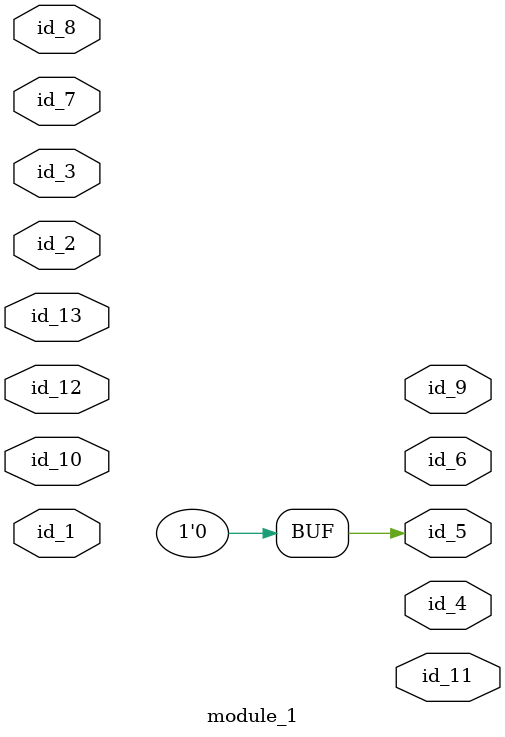
<source format=v>
module module_0;
  assign id_1 = -1'b0;
endmodule
module module_1 (
    id_1,
    id_2,
    id_3,
    id_4,
    id_5,
    id_6,
    id_7,
    id_8,
    id_9,
    id_10,
    id_11,
    id_12,
    id_13
);
  inout wire id_13;
  input wire id_12;
  output wire id_11;
  inout wire id_10;
  output wire id_9;
  inout wire id_8;
  input wire id_7;
  output wire id_6;
  output wire id_5;
  output wire id_4;
  input wire id_3;
  input wire id_2;
  input wire id_1;
  assign id_5 = -1'b0;
  module_0 modCall_1 ();
endmodule

</source>
